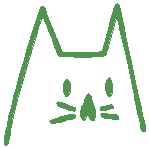
<source format=gbr>
G04 #@! TF.GenerationSoftware,KiCad,Pcbnew,(5.1.5)-3*
G04 #@! TF.CreationDate,2020-04-12T00:57:34+02:00*
G04 #@! TF.ProjectId,schinkli_pumps,73636869-6e6b-46c6-995f-70756d70732e,rev?*
G04 #@! TF.SameCoordinates,Original*
G04 #@! TF.FileFunction,Legend,Bot*
G04 #@! TF.FilePolarity,Positive*
%FSLAX46Y46*%
G04 Gerber Fmt 4.6, Leading zero omitted, Abs format (unit mm)*
G04 Created by KiCad (PCBNEW (5.1.5)-3) date 2020-04-12 00:57:34*
%MOMM*%
%LPD*%
G04 APERTURE LIST*
%ADD10C,0.010000*%
G04 APERTURE END LIST*
D10*
G36*
X68023308Y-119056178D02*
G01*
X67916326Y-119252230D01*
X67853927Y-119544261D01*
X67842214Y-119863345D01*
X67887289Y-120140557D01*
X67920256Y-120219980D01*
X68064271Y-120414405D01*
X68205877Y-120441794D01*
X68355453Y-120303961D01*
X68360435Y-120296917D01*
X68466078Y-120030668D01*
X68494981Y-119694681D01*
X68448973Y-119363658D01*
X68331462Y-119114213D01*
X68208165Y-118982614D01*
X68119135Y-118975462D01*
X68023308Y-119056178D01*
G37*
X68023308Y-119056178D02*
X67916326Y-119252230D01*
X67853927Y-119544261D01*
X67842214Y-119863345D01*
X67887289Y-120140557D01*
X67920256Y-120219980D01*
X68064271Y-120414405D01*
X68205877Y-120441794D01*
X68355453Y-120303961D01*
X68360435Y-120296917D01*
X68466078Y-120030668D01*
X68494981Y-119694681D01*
X68448973Y-119363658D01*
X68331462Y-119114213D01*
X68208165Y-118982614D01*
X68119135Y-118975462D01*
X68023308Y-119056178D01*
G36*
X71614007Y-119037589D02*
G01*
X71507647Y-119253800D01*
X71456270Y-119538606D01*
X71455531Y-119847532D01*
X71501084Y-120136101D01*
X71588585Y-120359839D01*
X71713688Y-120474271D01*
X71755000Y-120480667D01*
X71888405Y-120413617D01*
X71963688Y-120316899D01*
X72031944Y-120076349D01*
X72051620Y-119751977D01*
X72025722Y-119415314D01*
X71957254Y-119137894D01*
X71910340Y-119047048D01*
X71769347Y-118845752D01*
X71614007Y-119037589D01*
G37*
X71614007Y-119037589D02*
X71507647Y-119253800D01*
X71456270Y-119538606D01*
X71455531Y-119847532D01*
X71501084Y-120136101D01*
X71588585Y-120359839D01*
X71713688Y-120474271D01*
X71755000Y-120480667D01*
X71888405Y-120413617D01*
X71963688Y-120316899D01*
X72031944Y-120076349D01*
X72051620Y-119751977D01*
X72025722Y-119415314D01*
X71957254Y-119137894D01*
X71910340Y-119047048D01*
X71769347Y-118845752D01*
X71614007Y-119037589D01*
G36*
X71647267Y-121163001D02*
G01*
X71276369Y-121248247D01*
X71073070Y-121319978D01*
X71002271Y-121409963D01*
X71011077Y-121497721D01*
X71039920Y-121588673D01*
X71091666Y-121635704D01*
X71203577Y-121642073D01*
X71412913Y-121611038D01*
X71695736Y-121557597D01*
X71956986Y-121498197D01*
X72087054Y-121434836D01*
X72123007Y-121344394D01*
X72119069Y-121293553D01*
X72059956Y-121180903D01*
X71910071Y-121137783D01*
X71647267Y-121163001D01*
G37*
X71647267Y-121163001D02*
X71276369Y-121248247D01*
X71073070Y-121319978D01*
X71002271Y-121409963D01*
X71011077Y-121497721D01*
X71039920Y-121588673D01*
X71091666Y-121635704D01*
X71203577Y-121642073D01*
X71412913Y-121611038D01*
X71695736Y-121557597D01*
X71956986Y-121498197D01*
X72087054Y-121434836D01*
X72123007Y-121344394D01*
X72119069Y-121293553D01*
X72059956Y-121180903D01*
X71910071Y-121137783D01*
X71647267Y-121163001D01*
G36*
X67328602Y-120974334D02*
G01*
X67310000Y-121065769D01*
X67343329Y-121155803D01*
X67460829Y-121244722D01*
X67688773Y-121346938D01*
X68053433Y-121476865D01*
X68068566Y-121481947D01*
X68421345Y-121598512D01*
X68646136Y-121663712D01*
X68775178Y-121680956D01*
X68840713Y-121653652D01*
X68874981Y-121585209D01*
X68880629Y-121567798D01*
X68911921Y-121421710D01*
X68905231Y-121374807D01*
X68805348Y-121331315D01*
X68589640Y-121255299D01*
X68304874Y-121161540D01*
X67997816Y-121064818D01*
X67715233Y-120979914D01*
X67503891Y-120921609D01*
X67415545Y-120904000D01*
X67328602Y-120974334D01*
G37*
X67328602Y-120974334D02*
X67310000Y-121065769D01*
X67343329Y-121155803D01*
X67460829Y-121244722D01*
X67688773Y-121346938D01*
X68053433Y-121476865D01*
X68068566Y-121481947D01*
X68421345Y-121598512D01*
X68646136Y-121663712D01*
X68775178Y-121680956D01*
X68840713Y-121653652D01*
X68874981Y-121585209D01*
X68880629Y-121567798D01*
X68911921Y-121421710D01*
X68905231Y-121374807D01*
X68805348Y-121331315D01*
X68589640Y-121255299D01*
X68304874Y-121161540D01*
X67997816Y-121064818D01*
X67715233Y-120979914D01*
X67503891Y-120921609D01*
X67415545Y-120904000D01*
X67328602Y-120974334D01*
G36*
X71050971Y-121867436D02*
G01*
X71043897Y-121974058D01*
X71049000Y-122012780D01*
X71091117Y-122138511D01*
X71202029Y-122213147D01*
X71426646Y-122262578D01*
X71501000Y-122273366D01*
X71828151Y-122319700D01*
X72146536Y-122366466D01*
X72241833Y-122380958D01*
X72448975Y-122402747D01*
X72538736Y-122365682D01*
X72559240Y-122246728D01*
X72559333Y-122228991D01*
X72540703Y-122108867D01*
X72457194Y-122038563D01*
X72267379Y-121994308D01*
X72114833Y-121973931D01*
X71782071Y-121930428D01*
X71457741Y-121883312D01*
X71345334Y-121865313D01*
X71136968Y-121838395D01*
X71050971Y-121867436D01*
G37*
X71050971Y-121867436D02*
X71043897Y-121974058D01*
X71049000Y-122012780D01*
X71091117Y-122138511D01*
X71202029Y-122213147D01*
X71426646Y-122262578D01*
X71501000Y-122273366D01*
X71828151Y-122319700D01*
X72146536Y-122366466D01*
X72241833Y-122380958D01*
X72448975Y-122402747D01*
X72538736Y-122365682D01*
X72559240Y-122246728D01*
X72559333Y-122228991D01*
X72540703Y-122108867D01*
X72457194Y-122038563D01*
X72267379Y-121994308D01*
X72114833Y-121973931D01*
X71782071Y-121930428D01*
X71457741Y-121883312D01*
X71345334Y-121865313D01*
X71136968Y-121838395D01*
X71050971Y-121867436D01*
G36*
X69821660Y-120401715D02*
G01*
X69716870Y-120601503D01*
X69680667Y-120753812D01*
X69642055Y-120921438D01*
X69545925Y-121152828D01*
X69511333Y-121220553D01*
X69404464Y-121490575D01*
X69350780Y-121775900D01*
X69345259Y-122045812D01*
X69382881Y-122269597D01*
X69458624Y-122416541D01*
X69567467Y-122455928D01*
X69698297Y-122364201D01*
X69849034Y-122162119D01*
X69920240Y-122047000D01*
X69991949Y-121928680D01*
X70014073Y-121961527D01*
X70016759Y-122055044D01*
X70072632Y-122225444D01*
X70199197Y-122398136D01*
X70341239Y-122504101D01*
X70382855Y-122512667D01*
X70460612Y-122447558D01*
X70524355Y-122348899D01*
X70599711Y-122072634D01*
X70600972Y-121716041D01*
X70532748Y-121348725D01*
X70442667Y-121115667D01*
X70338388Y-120889839D01*
X70278756Y-120719443D01*
X70273333Y-120683811D01*
X70223901Y-120549978D01*
X70117993Y-120392256D01*
X69962653Y-120200419D01*
X69821660Y-120401715D01*
G37*
X69821660Y-120401715D02*
X69716870Y-120601503D01*
X69680667Y-120753812D01*
X69642055Y-120921438D01*
X69545925Y-121152828D01*
X69511333Y-121220553D01*
X69404464Y-121490575D01*
X69350780Y-121775900D01*
X69345259Y-122045812D01*
X69382881Y-122269597D01*
X69458624Y-122416541D01*
X69567467Y-122455928D01*
X69698297Y-122364201D01*
X69849034Y-122162119D01*
X69920240Y-122047000D01*
X69991949Y-121928680D01*
X70014073Y-121961527D01*
X70016759Y-122055044D01*
X70072632Y-122225444D01*
X70199197Y-122398136D01*
X70341239Y-122504101D01*
X70382855Y-122512667D01*
X70460612Y-122447558D01*
X70524355Y-122348899D01*
X70599711Y-122072634D01*
X70600972Y-121716041D01*
X70532748Y-121348725D01*
X70442667Y-121115667D01*
X70338388Y-120889839D01*
X70278756Y-120719443D01*
X70273333Y-120683811D01*
X70223901Y-120549978D01*
X70117993Y-120392256D01*
X69962653Y-120200419D01*
X69821660Y-120401715D01*
G36*
X68474035Y-121990933D02*
G01*
X68167498Y-122062369D01*
X67742075Y-122175094D01*
X67353758Y-122287852D01*
X67033183Y-122394243D01*
X66811406Y-122482981D01*
X66719484Y-122542783D01*
X66718630Y-122546946D01*
X66745488Y-122682135D01*
X66838952Y-122747854D01*
X67025522Y-122746875D01*
X67331699Y-122681969D01*
X67521667Y-122630946D01*
X67893904Y-122527948D01*
X68253266Y-122429574D01*
X68529748Y-122354972D01*
X68558833Y-122347257D01*
X68799950Y-122272356D01*
X68900094Y-122196671D01*
X68885020Y-122089816D01*
X68841445Y-122013814D01*
X68784492Y-121970545D01*
X68670860Y-121961621D01*
X68474035Y-121990933D01*
G37*
X68474035Y-121990933D02*
X68167498Y-122062369D01*
X67742075Y-122175094D01*
X67353758Y-122287852D01*
X67033183Y-122394243D01*
X66811406Y-122482981D01*
X66719484Y-122542783D01*
X66718630Y-122546946D01*
X66745488Y-122682135D01*
X66838952Y-122747854D01*
X67025522Y-122746875D01*
X67331699Y-122681969D01*
X67521667Y-122630946D01*
X67893904Y-122527948D01*
X68253266Y-122429574D01*
X68529748Y-122354972D01*
X68558833Y-122347257D01*
X68799950Y-122272356D01*
X68900094Y-122196671D01*
X68885020Y-122089816D01*
X68841445Y-122013814D01*
X68784492Y-121970545D01*
X68670860Y-121961621D01*
X68474035Y-121990933D01*
G36*
X72370352Y-112615632D02*
G01*
X72315934Y-112654722D01*
X72259988Y-112742224D01*
X72196144Y-112896426D01*
X72118038Y-113135615D01*
X72019300Y-113478080D01*
X71893565Y-113942109D01*
X71734465Y-114545989D01*
X71674418Y-114775771D01*
X71185542Y-116648543D01*
X70674684Y-116701938D01*
X70395301Y-116721966D01*
X69996653Y-116738557D01*
X69528802Y-116750145D01*
X69041805Y-116755165D01*
X68969747Y-116755255D01*
X67775667Y-116755176D01*
X67023326Y-114829088D01*
X66811361Y-114290689D01*
X66616447Y-113803657D01*
X66447902Y-113390625D01*
X66315042Y-113074231D01*
X66227183Y-112877110D01*
X66197222Y-112821962D01*
X66123802Y-112785029D01*
X66041238Y-112839058D01*
X65943239Y-112997474D01*
X65823516Y-113273698D01*
X65675779Y-113681156D01*
X65493738Y-114233269D01*
X65405494Y-114511667D01*
X65082596Y-115555246D01*
X64767950Y-116603151D01*
X64465051Y-117641676D01*
X64177397Y-118657115D01*
X63908484Y-119635765D01*
X63661808Y-120563920D01*
X63440868Y-121427875D01*
X63249159Y-122213926D01*
X63090179Y-122908368D01*
X62967423Y-123497496D01*
X62884390Y-123967605D01*
X62844576Y-124304990D01*
X62851477Y-124495947D01*
X62855130Y-124507143D01*
X62955514Y-124621035D01*
X63079479Y-124598817D01*
X63176992Y-124456870D01*
X63193015Y-124396500D01*
X63227082Y-124219196D01*
X63284094Y-123920857D01*
X63355399Y-123546809D01*
X63415243Y-123232333D01*
X63562716Y-122525403D01*
X63762751Y-121675236D01*
X64011091Y-120698110D01*
X64303477Y-119610302D01*
X64635652Y-118428092D01*
X64987567Y-117221000D01*
X65248931Y-116341123D01*
X65467187Y-115611391D01*
X65646395Y-115019320D01*
X65790614Y-114552423D01*
X65903904Y-114198214D01*
X65990324Y-113944208D01*
X66053934Y-113777919D01*
X66098793Y-113686861D01*
X66128961Y-113658549D01*
X66142745Y-113668087D01*
X66188024Y-113769861D01*
X66286728Y-114010524D01*
X66431305Y-114370992D01*
X66614205Y-114832181D01*
X66827876Y-115375006D01*
X67064766Y-115980384D01*
X67317324Y-116629231D01*
X67456479Y-116988167D01*
X67551587Y-117024430D01*
X67786734Y-117053817D01*
X68132766Y-117076325D01*
X68560530Y-117091956D01*
X69040869Y-117100710D01*
X69544631Y-117102585D01*
X70042661Y-117097583D01*
X70505805Y-117085703D01*
X70904908Y-117066946D01*
X71210817Y-117041311D01*
X71394376Y-117008798D01*
X71432503Y-116988167D01*
X71474980Y-116876664D01*
X71552929Y-116628409D01*
X71658437Y-116270330D01*
X71783590Y-115829353D01*
X71920473Y-115332407D01*
X71936398Y-115273667D01*
X72071208Y-114790451D01*
X72194074Y-114377977D01*
X72297713Y-114058467D01*
X72374840Y-113854147D01*
X72418171Y-113787242D01*
X72422022Y-113792000D01*
X72456746Y-113917374D01*
X72522360Y-114190698D01*
X72614982Y-114594198D01*
X72730731Y-115110099D01*
X72865725Y-115720628D01*
X73016083Y-116408009D01*
X73177924Y-117154468D01*
X73347365Y-117942231D01*
X73520524Y-118753523D01*
X73693522Y-119570569D01*
X73862474Y-120375596D01*
X73919679Y-120650000D01*
X74049854Y-121274895D01*
X74170525Y-121852820D01*
X74276913Y-122360982D01*
X74364235Y-122776588D01*
X74427710Y-123076847D01*
X74462558Y-123238965D01*
X74465831Y-123253500D01*
X74549812Y-123385758D01*
X74683141Y-123444993D01*
X74802393Y-123419903D01*
X74845333Y-123321117D01*
X74827879Y-123204199D01*
X74777999Y-122939319D01*
X74699422Y-122543945D01*
X74595874Y-122035542D01*
X74471082Y-121431579D01*
X74328773Y-120749523D01*
X74172673Y-120006841D01*
X74006510Y-119221000D01*
X73834011Y-118409468D01*
X73658902Y-117589710D01*
X73484911Y-116779196D01*
X73315764Y-115995392D01*
X73155188Y-115255765D01*
X73006910Y-114577782D01*
X72874658Y-113978911D01*
X72762157Y-113476618D01*
X72673135Y-113088372D01*
X72611318Y-112831638D01*
X72590851Y-112754833D01*
X72498539Y-112629120D01*
X72429607Y-112606667D01*
X72370352Y-112615632D01*
G37*
X72370352Y-112615632D02*
X72315934Y-112654722D01*
X72259988Y-112742224D01*
X72196144Y-112896426D01*
X72118038Y-113135615D01*
X72019300Y-113478080D01*
X71893565Y-113942109D01*
X71734465Y-114545989D01*
X71674418Y-114775771D01*
X71185542Y-116648543D01*
X70674684Y-116701938D01*
X70395301Y-116721966D01*
X69996653Y-116738557D01*
X69528802Y-116750145D01*
X69041805Y-116755165D01*
X68969747Y-116755255D01*
X67775667Y-116755176D01*
X67023326Y-114829088D01*
X66811361Y-114290689D01*
X66616447Y-113803657D01*
X66447902Y-113390625D01*
X66315042Y-113074231D01*
X66227183Y-112877110D01*
X66197222Y-112821962D01*
X66123802Y-112785029D01*
X66041238Y-112839058D01*
X65943239Y-112997474D01*
X65823516Y-113273698D01*
X65675779Y-113681156D01*
X65493738Y-114233269D01*
X65405494Y-114511667D01*
X65082596Y-115555246D01*
X64767950Y-116603151D01*
X64465051Y-117641676D01*
X64177397Y-118657115D01*
X63908484Y-119635765D01*
X63661808Y-120563920D01*
X63440868Y-121427875D01*
X63249159Y-122213926D01*
X63090179Y-122908368D01*
X62967423Y-123497496D01*
X62884390Y-123967605D01*
X62844576Y-124304990D01*
X62851477Y-124495947D01*
X62855130Y-124507143D01*
X62955514Y-124621035D01*
X63079479Y-124598817D01*
X63176992Y-124456870D01*
X63193015Y-124396500D01*
X63227082Y-124219196D01*
X63284094Y-123920857D01*
X63355399Y-123546809D01*
X63415243Y-123232333D01*
X63562716Y-122525403D01*
X63762751Y-121675236D01*
X64011091Y-120698110D01*
X64303477Y-119610302D01*
X64635652Y-118428092D01*
X64987567Y-117221000D01*
X65248931Y-116341123D01*
X65467187Y-115611391D01*
X65646395Y-115019320D01*
X65790614Y-114552423D01*
X65903904Y-114198214D01*
X65990324Y-113944208D01*
X66053934Y-113777919D01*
X66098793Y-113686861D01*
X66128961Y-113658549D01*
X66142745Y-113668087D01*
X66188024Y-113769861D01*
X66286728Y-114010524D01*
X66431305Y-114370992D01*
X66614205Y-114832181D01*
X66827876Y-115375006D01*
X67064766Y-115980384D01*
X67317324Y-116629231D01*
X67456479Y-116988167D01*
X67551587Y-117024430D01*
X67786734Y-117053817D01*
X68132766Y-117076325D01*
X68560530Y-117091956D01*
X69040869Y-117100710D01*
X69544631Y-117102585D01*
X70042661Y-117097583D01*
X70505805Y-117085703D01*
X70904908Y-117066946D01*
X71210817Y-117041311D01*
X71394376Y-117008798D01*
X71432503Y-116988167D01*
X71474980Y-116876664D01*
X71552929Y-116628409D01*
X71658437Y-116270330D01*
X71783590Y-115829353D01*
X71920473Y-115332407D01*
X71936398Y-115273667D01*
X72071208Y-114790451D01*
X72194074Y-114377977D01*
X72297713Y-114058467D01*
X72374840Y-113854147D01*
X72418171Y-113787242D01*
X72422022Y-113792000D01*
X72456746Y-113917374D01*
X72522360Y-114190698D01*
X72614982Y-114594198D01*
X72730731Y-115110099D01*
X72865725Y-115720628D01*
X73016083Y-116408009D01*
X73177924Y-117154468D01*
X73347365Y-117942231D01*
X73520524Y-118753523D01*
X73693522Y-119570569D01*
X73862474Y-120375596D01*
X73919679Y-120650000D01*
X74049854Y-121274895D01*
X74170525Y-121852820D01*
X74276913Y-122360982D01*
X74364235Y-122776588D01*
X74427710Y-123076847D01*
X74462558Y-123238965D01*
X74465831Y-123253500D01*
X74549812Y-123385758D01*
X74683141Y-123444993D01*
X74802393Y-123419903D01*
X74845333Y-123321117D01*
X74827879Y-123204199D01*
X74777999Y-122939319D01*
X74699422Y-122543945D01*
X74595874Y-122035542D01*
X74471082Y-121431579D01*
X74328773Y-120749523D01*
X74172673Y-120006841D01*
X74006510Y-119221000D01*
X73834011Y-118409468D01*
X73658902Y-117589710D01*
X73484911Y-116779196D01*
X73315764Y-115995392D01*
X73155188Y-115255765D01*
X73006910Y-114577782D01*
X72874658Y-113978911D01*
X72762157Y-113476618D01*
X72673135Y-113088372D01*
X72611318Y-112831638D01*
X72590851Y-112754833D01*
X72498539Y-112629120D01*
X72429607Y-112606667D01*
X72370352Y-112615632D01*
M02*

</source>
